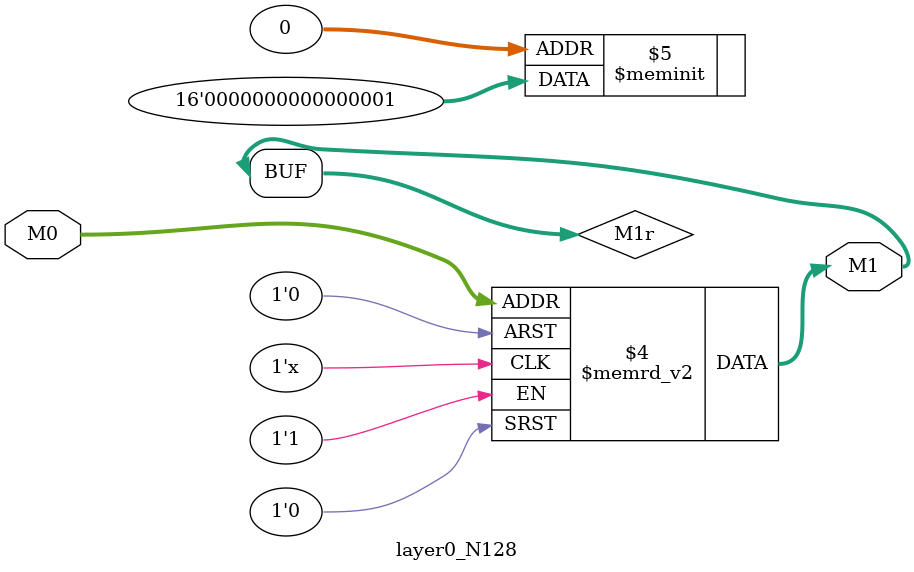
<source format=v>
module layer0_N128 ( input [2:0] M0, output [1:0] M1 );

	(*rom_style = "distributed" *) reg [1:0] M1r;
	assign M1 = M1r;
	always @ (M0) begin
		case (M0)
			3'b000: M1r = 2'b01;
			3'b100: M1r = 2'b00;
			3'b010: M1r = 2'b00;
			3'b110: M1r = 2'b00;
			3'b001: M1r = 2'b00;
			3'b101: M1r = 2'b00;
			3'b011: M1r = 2'b00;
			3'b111: M1r = 2'b00;

		endcase
	end
endmodule

</source>
